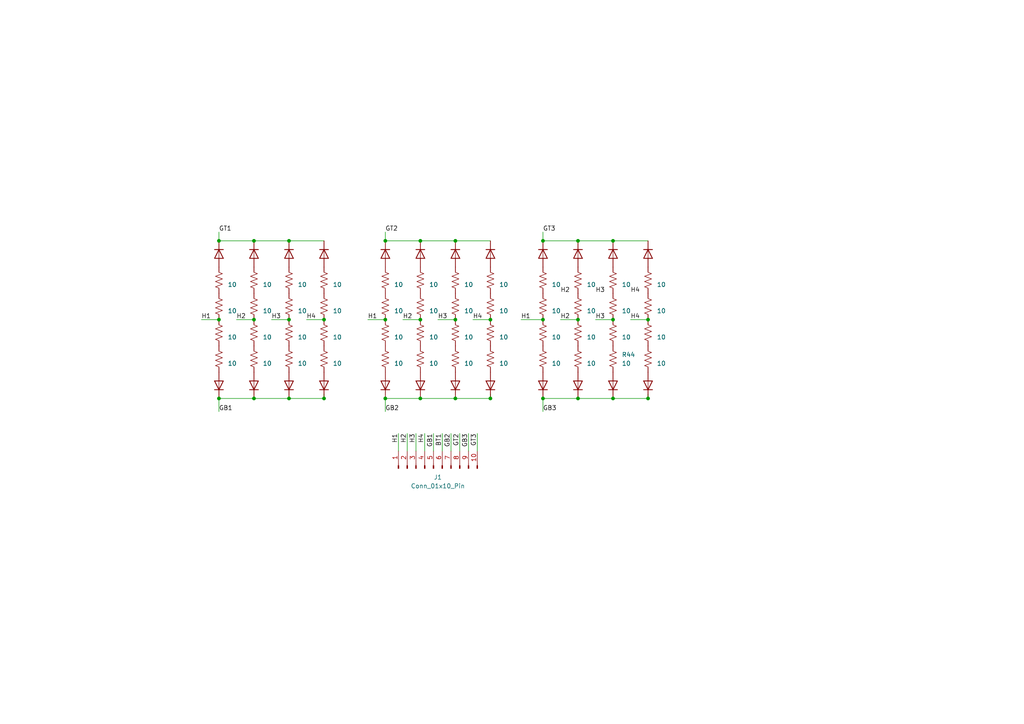
<source format=kicad_sch>
(kicad_sch (version 20231120) (generator "eeschema") (generator_version "8.0")
  (paper "A4")
  (lib_symbols
    (symbol "Connector:Conn_01x10_Pin" (pin_names (offset 1.016) hide)
      (property "Reference" "J" (at 0 12.7 0))
      (property "Value" "Conn_01x10_Pin" (at 0 -15.24 0))
      (symbol "Conn_01x10_Pin_1_1"
        (polyline (pts (xy 1.27 -12.7) (xy 0.8636 -12.7)) (stroke (width 0.1524)))
        (polyline (pts (xy 1.27 -10.16) (xy 0.8636 -10.16)) (stroke (width 0.1524)))
        (polyline (pts (xy 1.27 -7.62) (xy 0.8636 -7.62)) (stroke (width 0.1524)))
        (polyline (pts (xy 1.27 -5.08) (xy 0.8636 -5.08)) (stroke (width 0.1524)))
        (polyline (pts (xy 1.27 -2.54) (xy 0.8636 -2.54)) (stroke (width 0.1524)))
        (polyline (pts (xy 1.27 0) (xy 0.8636 0)) (stroke (width 0.1524)))
        (polyline (pts (xy 1.27 2.54) (xy 0.8636 2.54)) (stroke (width 0.1524)))
        (polyline (pts (xy 1.27 5.08) (xy 0.8636 5.08)) (stroke (width 0.1524)))
        (polyline (pts (xy 1.27 7.62) (xy 0.8636 7.62)) (stroke (width 0.1524)))
        (polyline (pts (xy 1.27 10.16) (xy 0.8636 10.16)) (stroke (width 0.1524)))
        (rectangle (start 0.8636 -12.573) (end 0 -12.827) (stroke (width 0.1524)) (fill (type outline)))
        (rectangle (start 0.8636 -10.033) (end 0 -10.287) (stroke (width 0.1524)) (fill (type outline)))
        (rectangle (start 0.8636 -7.493) (end 0 -7.747) (stroke (width 0.1524)) (fill (type outline)))
        (rectangle (start 0.8636 -4.953) (end 0 -5.207) (stroke (width 0.1524)) (fill (type outline)))
        (rectangle (start 0.8636 -2.413) (end 0 -2.667) (stroke (width 0.1524)) (fill (type outline)))
        (rectangle (start 0.8636 0.127) (end 0 -0.127) (stroke (width 0.1524)) (fill (type outline)))
        (rectangle (start 0.8636 2.667) (end 0 2.413) (stroke (width 0.1524)) (fill (type outline)))
        (rectangle (start 0.8636 5.207) (end 0 4.953) (stroke (width 0.1524)) (fill (type outline)))
        (rectangle (start 0.8636 7.747) (end 0 7.493) (stroke (width 0.1524)) (fill (type outline)))
        (rectangle (start 0.8636 10.287) (end 0 10.033) (stroke (width 0.1524)) (fill (type outline)))
        (pin passive line (at 5.08 10.16 180) (length 3.81) (name "Pin_1") (number "1"))
        (pin passive line (at 5.08 -12.7 180) (length 3.81) (name "Pin_10") (number "10"))
        (pin passive line (at 5.08 7.62 180) (length 3.81) (name "Pin_2") (number "2"))
        (pin passive line (at 5.08 5.08 180) (length 3.81) (name "Pin_3") (number "3"))
        (pin passive line (at 5.08 2.54 180) (length 3.81) (name "Pin_4") (number "4"))
        (pin passive line (at 5.08 0 180) (length 3.81) (name "Pin_5") (number "5"))
        (pin passive line (at 5.08 -2.54 180) (length 3.81) (name "Pin_6") (number "6"))
        (pin passive line (at 5.08 -5.08 180) (length 3.81) (name "Pin_7") (number "7"))
        (pin passive line (at 5.08 -7.62 180) (length 3.81) (name "Pin_8") (number "8"))
        (pin passive line (at 5.08 -10.16 180) (length 3.81) (name "Pin_9") (number "9"))
      )
    )
    (symbol "Device:D" (pin_numbers hide) (pin_names (offset 1.016) hide)
      (property "Reference" "D" (at 0 2.54 0))
      (property "Value" "D" (at 0 -2.54 0))
      (symbol "D_0_1"
        (polyline (pts (xy -1.27 1.27) (xy -1.27 -1.27)) (stroke (width 0.254)))
        (polyline (pts (xy 1.27 0) (xy -1.27 0)))
        (polyline (pts (xy 1.27 1.27) (xy 1.27 -1.27) (xy -1.27 0) (xy 1.27 1.27)) (stroke (width 0.254)))
      )
      (symbol "D_1_1"
        (pin passive line (at -3.81 0 0) (length 2.54) (name "K") (number "1"))
        (pin passive line (at 3.81 0 180) (length 2.54) (name "A") (number "2"))
      )
    )
    (symbol "Device:R_US" (pin_numbers hide) (pin_names (offset 0))
      (property "Reference" "R" (at 2.54 0 90))
      (property "Value" "R_US" (at -2.54 0 90))
      (symbol "R_US_0_1"
        (polyline (pts (xy 0 -2.286) (xy 0 -2.54)))
        (polyline (pts (xy 0 2.286) (xy 0 2.54)))
        (polyline (pts (xy 0 -0.762) (xy 1.016 -1.143) (xy 0 -1.524) (xy -1.016 -1.905) (xy 0 -2.286)))
        (polyline (pts (xy 0 0.762) (xy 1.016 0.381) (xy 0 0) (xy -1.016 -0.381) (xy 0 -0.762)))
        (polyline (pts (xy 0 2.286) (xy 1.016 1.905) (xy 0 1.524) (xy -1.016 1.143) (xy 0 0.762)))
      )
      (symbol "R_US_1_1"
        (pin passive line (at 0 3.81 270) (length 1.27) (name "~") (number "1"))
        (pin passive line (at 0 -3.81 90) (length 1.27) (name "~") (number "2"))
      )
    )
  )
  (junction (at 157.48 69.85))
  (junction (at 142.24 115.57))
  (junction (at 93.98 115.57))
  (junction (at 73.66 92.71))
  (junction (at 187.96 115.57))
  (junction (at 142.24 92.71))
  (junction (at 111.76 92.71))
  (junction (at 121.92 69.85))
  (junction (at 187.96 92.71))
  (junction (at 111.76 115.57))
  (junction (at 121.92 115.57))
  (junction (at 167.64 92.71))
  (junction (at 83.82 92.71))
  (junction (at 132.08 92.71))
  (junction (at 73.66 115.57))
  (junction (at 177.8 92.71))
  (junction (at 63.5 92.71))
  (junction (at 157.48 115.57))
  (junction (at 63.5 115.57))
  (junction (at 157.48 92.71))
  (junction (at 111.76 69.85))
  (junction (at 63.5 69.85))
  (junction (at 177.8 115.57))
  (junction (at 121.92 92.71))
  (junction (at 93.98 92.71))
  (junction (at 83.82 115.57))
  (junction (at 73.66 69.85))
  (junction (at 167.64 115.57))
  (junction (at 167.64 69.85))
  (junction (at 177.8 69.85))
  (junction (at 83.82 69.85))
  (junction (at 132.08 115.57))
  (junction (at 132.08 69.85))
  (wire (pts (xy 73.66 69.85) (xy 83.82 69.85)))
  (wire (pts (xy 172.72 92.71) (xy 177.8 92.71)))
  (wire (pts (xy 133.35 125.73) (xy 133.35 130.81)))
  (wire (pts (xy 115.57 125.73) (xy 115.57 130.81)))
  (wire (pts (xy 157.48 115.57) (xy 157.48 119.38)))
  (wire (pts (xy 123.19 125.73) (xy 123.19 130.81)))
  (wire (pts (xy 111.76 115.57) (xy 121.92 115.57)))
  (wire (pts (xy 58.42 92.71) (xy 63.5 92.71)))
  (wire (pts (xy 132.08 69.85) (xy 142.24 69.85)))
  (wire (pts (xy 130.81 125.73) (xy 130.81 130.81)))
  (wire (pts (xy 125.73 125.73) (xy 125.73 130.81)))
  (wire (pts (xy 111.76 69.85) (xy 121.92 69.85)))
  (wire (pts (xy 88.9 92.71) (xy 93.98 92.71)))
  (wire (pts (xy 157.48 67.31) (xy 157.48 69.85)))
  (wire (pts (xy 177.8 69.85) (xy 187.96 69.85)))
  (wire (pts (xy 157.48 69.85) (xy 167.64 69.85)))
  (wire (pts (xy 128.27 125.73) (xy 128.27 130.81)))
  (wire (pts (xy 132.08 115.57) (xy 142.24 115.57)))
  (wire (pts (xy 106.68 92.71) (xy 111.76 92.71)))
  (wire (pts (xy 120.65 125.73) (xy 120.65 130.81)))
  (wire (pts (xy 63.5 69.85) (xy 73.66 69.85)))
  (wire (pts (xy 167.64 69.85) (xy 177.8 69.85)))
  (wire (pts (xy 138.43 125.73) (xy 138.43 130.81)))
  (wire (pts (xy 127 92.71) (xy 132.08 92.71)))
  (wire (pts (xy 78.74 92.71) (xy 83.82 92.71)))
  (wire (pts (xy 63.5 67.31) (xy 63.5 69.85)))
  (wire (pts (xy 151.13 92.71) (xy 157.48 92.71)))
  (wire (pts (xy 83.82 69.85) (xy 93.98 69.85)))
  (wire (pts (xy 177.8 115.57) (xy 187.96 115.57)))
  (wire (pts (xy 167.64 115.57) (xy 177.8 115.57)))
  (wire (pts (xy 121.92 115.57) (xy 132.08 115.57)))
  (wire (pts (xy 111.76 67.31) (xy 111.76 69.85)))
  (wire (pts (xy 182.88 92.71) (xy 187.96 92.71)))
  (wire (pts (xy 116.84 92.71) (xy 121.92 92.71)))
  (wire (pts (xy 135.89 125.73) (xy 135.89 130.81)))
  (wire (pts (xy 118.11 125.73) (xy 118.11 130.81)))
  (wire (pts (xy 162.56 92.71) (xy 167.64 92.71)))
  (wire (pts (xy 63.5 115.57) (xy 73.66 115.57)))
  (wire (pts (xy 63.5 115.57) (xy 63.5 119.38)))
  (wire (pts (xy 157.48 115.57) (xy 167.64 115.57)))
  (wire (pts (xy 187.96 114.3) (xy 187.96 115.57)))
  (wire (pts (xy 137.16 92.71) (xy 142.24 92.71)))
  (wire (pts (xy 83.82 115.57) (xy 93.98 115.57)))
  (wire (pts (xy 121.92 69.85) (xy 132.08 69.85)))
  (wire (pts (xy 111.76 115.57) (xy 111.76 119.38)))
  (wire (pts (xy 68.58 92.71) (xy 73.66 92.71)))
  (wire (pts (xy 142.24 114.3) (xy 142.24 115.57)))
  (wire (pts (xy 73.66 115.57) (xy 83.82 115.57)))
  (wire (pts (xy 93.98 114.3) (xy 93.98 115.57)))
  (label "H4" (at 137.16 92.71 0))
  (label "H2" (at 162.56 92.71 0))
  (label "H4" (at 88.9 92.71 0))
  (label "H3" (at 120.65 125.73 270))
  (label "H1" (at 115.57 125.73 270))
  (label "H1" (at 58.42 92.71 0))
  (label "H3" (at 127 92.71 0))
  (label "H2" (at 116.84 92.71 0))
  (label "H2" (at 118.11 125.73 270))
  (label "H3" (at 78.74 92.71 0))
  (label "GB3" (at 135.89 125.73 270))
  (label "H1" (at 106.68 92.71 0))
  (label "H3" (at 172.72 85.09 0))
  (label "H2" (at 68.58 92.71 0))
  (label "H2" (at 162.56 85.09 0))
  (label "GB2" (at 130.81 125.73 270))
  (label "H1" (at 151.13 92.71 0))
  (label "GT2" (at 133.35 125.73 270))
  (label "H3" (at 172.72 92.71 0))
  (label "GT1" (at 63.5 67.31 0))
  (label "GB1" (at 125.73 125.73 270))
  (label "GT2" (at 111.76 67.31 0))
  (label "H4" (at 123.19 125.73 270))
  (label "GB2" (at 111.76 119.38 0))
  (label "GT3" (at 157.48 67.31 0))
  (label "BT1" (at 128.27 125.73 270))
  (label "H4" (at 182.88 85.09 0))
  (label "H4" (at 182.88 92.71 0))
  (label "GB1" (at 63.5 119.38 0))
  (label "GT3" (at 138.43 125.73 270))
  (label "GB3" (at 157.48 119.38 0))
  (symbol (lib_id "Device:R_US") (at 132.08 88.9 0) (unit 1) (on_board no)
    (property "Reference" "R26" (effects (hide yes)))
    (property "Value" "10" (at 134.62 90.1699 0) (effects (justify left)))
    (property "Footprint" "Resistor_SMD:R_2512_6332Metric" (effects (hide yes)))
    (property "Description" "Resistor, US symbol" (effects (hide yes)))
  )
  (symbol (lib_id "Device:R_US") (at 63.5 88.9 0) (unit 1) (on_board no)
    (property "Reference" "R2" (effects (hide yes)))
    (property "Value" "10" (at 66.04 90.1699 0) (effects (justify left)))
    (property "Footprint" "Resistor_SMD:R_2512_6332Metric" (effects (hide yes)))
    (property "Description" "Resistor, US symbol" (effects (hide yes)))
  )
  (symbol (lib_id "Device:R_US") (at 83.82 96.52 0) (unit 1) (on_board no)
    (property "Reference" "R11" (effects (hide yes)))
    (property "Value" "10" (at 86.36 97.7899 0) (effects (justify left)))
    (property "Footprint" "Resistor_SMD:R_2512_6332Metric" (effects (hide yes)))
    (property "Description" "Resistor, US symbol" (effects (hide yes)))
  )
  (symbol (lib_id "Device:R_US") (at 121.92 81.28 0) (unit 1) (on_board no)
    (property "Reference" "R21" (effects (hide yes)))
    (property "Value" "10" (at 124.46 82.5499 0) (effects (justify left)))
    (property "Footprint" "Resistor_SMD:R_2512_6332Metric" (effects (hide yes)))
    (property "Description" "Resistor, US symbol" (effects (hide yes)))
  )
  (symbol (lib_id "Device:D") (at 111.76 111.76 90) (unit 1) (on_board no)
    (property "Reference" "D10" (effects (hide yes)))
    (property "Value" "PMEG60T30ELRX" (effects (hide yes)))
    (property "Description" "Diode" (effects (hide yes)))
    (property "Sim.Device" "D" (effects (hide yes)))
    (property "Sim.Pins" "1=K 2=A" (effects (hide yes)))
  )
  (symbol (lib_id "Device:R_US") (at 73.66 96.52 0) (unit 1) (on_board no)
    (property "Reference" "R7" (effects (hide yes)))
    (property "Value" "10" (at 76.2 97.7899 0) (effects (justify left)))
    (property "Footprint" "Resistor_SMD:R_2512_6332Metric" (effects (hide yes)))
    (property "Description" "Resistor, US symbol" (effects (hide yes)))
  )
  (symbol (lib_id "Device:R_US") (at 132.08 81.28 0) (unit 1) (on_board no)
    (property "Reference" "R25" (effects (hide yes)))
    (property "Value" "10" (at 134.62 82.5499 0) (effects (justify left)))
    (property "Footprint" "Resistor_SMD:R_2512_6332Metric" (effects (hide yes)))
    (property "Description" "Resistor, US symbol" (effects (hide yes)))
  )
  (symbol (lib_id "Device:D") (at 83.82 73.66 270) (unit 1) (on_board no)
    (property "Reference" "D5" (effects (hide yes)))
    (property "Value" "PMEG60T30ELRX" (effects (hide yes)))
    (property "Description" "Diode" (effects (hide yes)))
    (property "Sim.Device" "D" (effects (hide yes)))
    (property "Sim.Pins" "1=K 2=A" (effects (hide yes)))
  )
  (symbol (lib_id "Device:D") (at 93.98 111.76 90) (unit 1) (on_board no)
    (property "Reference" "D8" (effects (hide yes)))
    (property "Value" "PMEG60T30ELRX" (effects (hide yes)))
    (property "Description" "Diode" (effects (hide yes)))
    (property "Sim.Device" "D" (effects (hide yes)))
    (property "Sim.Pins" "1=K 2=A" (effects (hide yes)))
  )
  (symbol (lib_id "Device:D") (at 167.64 73.66 270) (unit 1) (on_board no)
    (property "Reference" "D19" (effects (hide yes)))
    (property "Value" "PMEG60T30ELRX" (effects (hide yes)))
    (property "Description" "Diode" (effects (hide yes)))
    (property "Sim.Device" "D" (effects (hide yes)))
    (property "Sim.Pins" "1=K 2=A" (effects (hide yes)))
  )
  (symbol (lib_id "Device:D") (at 73.66 73.66 270) (unit 1) (on_board no)
    (property "Reference" "D3" (effects (hide yes)))
    (property "Value" "PMEG60T30ELRX" (effects (hide yes)))
    (property "Description" "Diode" (effects (hide yes)))
    (property "Sim.Device" "D" (effects (hide yes)))
    (property "Sim.Pins" "1=K 2=A" (effects (hide yes)))
  )
  (symbol (lib_id "Device:R_US") (at 167.64 88.9 0) (unit 1) (on_board no)
    (property "Reference" "R38" (effects (hide yes)))
    (property "Value" "10" (at 170.18 90.1699 0) (effects (justify left)))
    (property "Footprint" "Resistor_SMD:R_2512_6332Metric" (effects (hide yes)))
    (property "Description" "Resistor, US symbol" (effects (hide yes)))
  )
  (symbol (lib_id "Device:R_US") (at 63.5 96.52 0) (unit 1) (on_board no)
    (property "Reference" "R3" (effects (hide yes)))
    (property "Value" "10" (at 66.04 97.7899 0) (effects (justify left)))
    (property "Footprint" "Resistor_SMD:R_2512_6332Metric" (effects (hide yes)))
    (property "Description" "Resistor, US symbol" (effects (hide yes)))
  )
  (symbol (lib_id "Device:R_US") (at 111.76 88.9 0) (unit 1) (on_board no)
    (property "Reference" "R18" (effects (hide yes)))
    (property "Value" "10" (at 114.3 90.1699 0) (effects (justify left)))
    (property "Footprint" "Resistor_SMD:R_2512_6332Metric" (effects (hide yes)))
    (property "Description" "Resistor, US symbol" (effects (hide yes)))
  )
  (symbol (lib_id "Device:D") (at 177.8 111.76 90) (unit 1) (on_board no)
    (property "Reference" "D22" (effects (hide yes)))
    (property "Value" "PMEG60T30ELRX" (effects (hide yes)))
    (property "Description" "Diode" (effects (hide yes)))
    (property "Sim.Device" "D" (effects (hide yes)))
    (property "Sim.Pins" "1=K 2=A" (effects (hide yes)))
  )
  (symbol (lib_id "Device:D") (at 187.96 111.76 90) (unit 1) (on_board no)
    (property "Reference" "D24" (effects (hide yes)))
    (property "Value" "PMEG60T30ELRX" (effects (hide yes)))
    (property "Description" "Diode" (effects (hide yes)))
    (property "Sim.Device" "D" (effects (hide yes)))
    (property "Sim.Pins" "1=K 2=A" (effects (hide yes)))
  )
  (symbol (lib_id "Device:D") (at 83.82 111.76 90) (unit 1) (on_board no)
    (property "Reference" "D6" (effects (hide yes)))
    (property "Value" "PMEG60T30ELRX" (effects (hide yes)))
    (property "Description" "Diode" (effects (hide yes)))
    (property "Sim.Device" "D" (effects (hide yes)))
    (property "Sim.Pins" "1=K 2=A" (effects (hide yes)))
  )
  (symbol (lib_id "Device:D") (at 177.8 73.66 270) (unit 1) (on_board no)
    (property "Reference" "D21" (effects (hide yes)))
    (property "Value" "PMEG60T30ELRX" (effects (hide yes)))
    (property "Description" "Diode" (effects (hide yes)))
    (property "Sim.Device" "D" (effects (hide yes)))
    (property "Sim.Pins" "1=K 2=A" (effects (hide yes)))
  )
  (symbol (lib_id "Device:D") (at 142.24 73.66 270) (unit 1) (on_board no)
    (property "Reference" "D15" (effects (hide yes)))
    (property "Value" "PMEG60T30ELRX" (effects (hide yes)))
    (property "Description" "Diode" (effects (hide yes)))
    (property "Sim.Device" "D" (effects (hide yes)))
    (property "Sim.Pins" "1=K 2=A" (effects (hide yes)))
  )
  (symbol (lib_id "Device:R_US") (at 93.98 96.52 0) (unit 1) (on_board no)
    (property "Reference" "R15" (effects (hide yes)))
    (property "Value" "10" (at 96.52 97.7899 0) (effects (justify left)))
    (property "Footprint" "Resistor_SMD:R_2512_6332Metric" (effects (hide yes)))
    (property "Description" "Resistor, US symbol" (effects (hide yes)))
  )
  (symbol (lib_id "Connector:Conn_01x10_Pin") (at 125.73 135.89 90) (unit 1) (on_board no)
    (property "Reference" "J1" (at 127 138.43 90))
    (property "Value" "Conn_01x10_Pin" (at 127 140.97 90))
    (property "Description" "Generic connector, single row, 01x10, script generated" (effects (hide yes)))
  )
  (symbol (lib_id "Device:R_US") (at 93.98 81.28 0) (unit 1) (on_board no)
    (property "Reference" "R13" (effects (hide yes)))
    (property "Value" "10" (at 96.52 82.5499 0) (effects (justify left)))
    (property "Footprint" "Resistor_SMD:R_2512_6332Metric" (effects (hide yes)))
    (property "Description" "Resistor, US symbol" (effects (hide yes)))
  )
  (symbol (lib_id "Device:R_US") (at 132.08 104.14 0) (unit 1) (on_board no)
    (property "Reference" "R28" (effects (hide yes)))
    (property "Value" "10" (at 134.62 105.4099 0) (effects (justify left)))
    (property "Footprint" "Resistor_SMD:R_2512_6332Metric" (effects (hide yes)))
    (property "Description" "Resistor, US symbol" (effects (hide yes)))
  )
  (symbol (lib_id "Device:R_US") (at 142.24 81.28 0) (unit 1) (on_board no)
    (property "Reference" "R29" (effects (hide yes)))
    (property "Value" "10" (at 144.78 82.5499 0) (effects (justify left)))
    (property "Footprint" "Resistor_SMD:R_2512_6332Metric" (effects (hide yes)))
    (property "Description" "Resistor, US symbol" (effects (hide yes)))
  )
  (symbol (lib_id "Device:R_US") (at 187.96 96.52 0) (unit 1) (on_board no)
    (property "Reference" "R47" (effects (hide yes)))
    (property "Value" "10" (at 190.5 97.7899 0) (effects (justify left)))
    (property "Footprint" "Resistor_SMD:R_2512_6332Metric" (effects (hide yes)))
    (property "Description" "Resistor, US symbol" (effects (hide yes)))
  )
  (symbol (lib_id "Device:D") (at 187.96 73.66 270) (unit 1) (on_board no)
    (property "Reference" "D23" (effects (hide yes)))
    (property "Value" "PMEG60T30ELRX" (effects (hide yes)))
    (property "Description" "Diode" (effects (hide yes)))
    (property "Sim.Device" "D" (effects (hide yes)))
    (property "Sim.Pins" "1=K 2=A" (effects (hide yes)))
  )
  (symbol (lib_id "Device:R_US") (at 177.8 81.28 0) (unit 1) (on_board no)
    (property "Reference" "R41" (effects (hide yes)))
    (property "Value" "10" (at 180.34 82.5499 0) (effects (justify left)))
    (property "Footprint" "Resistor_SMD:R_2512_6332Metric" (effects (hide yes)))
    (property "Description" "Resistor, US symbol" (effects (hide yes)))
  )
  (symbol (lib_id "Device:R_US") (at 63.5 104.14 0) (unit 1) (on_board no)
    (property "Reference" "R4" (effects (hide yes)))
    (property "Value" "10" (at 66.04 105.4099 0) (effects (justify left)))
    (property "Footprint" "Resistor_SMD:R_2512_6332Metric" (effects (hide yes)))
    (property "Description" "Resistor, US symbol" (effects (hide yes)))
  )
  (symbol (lib_id "Device:R_US") (at 83.82 104.14 0) (unit 1) (on_board no)
    (property "Reference" "R12" (effects (hide yes)))
    (property "Value" "10" (at 86.36 105.4099 0) (effects (justify left)))
    (property "Footprint" "Resistor_SMD:R_2512_6332Metric" (effects (hide yes)))
    (property "Description" "Resistor, US symbol" (effects (hide yes)))
  )
  (symbol (lib_id "Device:R_US") (at 111.76 104.14 0) (unit 1) (on_board no)
    (property "Reference" "R20" (effects (hide yes)))
    (property "Value" "10" (at 114.3 105.4099 0) (effects (justify left)))
    (property "Footprint" "Resistor_SMD:R_2512_6332Metric" (effects (hide yes)))
    (property "Description" "Resistor, US symbol" (effects (hide yes)))
  )
  (symbol (lib_id "Device:D") (at 93.98 73.66 270) (unit 1) (on_board no)
    (property "Reference" "D7" (effects (hide yes)))
    (property "Value" "PMEG60T30ELRX" (effects (hide yes)))
    (property "Description" "Diode" (effects (hide yes)))
    (property "Sim.Device" "D" (effects (hide yes)))
    (property "Sim.Pins" "1=K 2=A" (effects (hide yes)))
  )
  (symbol (lib_id "Device:R_US") (at 121.92 88.9 0) (unit 1) (on_board no)
    (property "Reference" "R22" (effects (hide yes)))
    (property "Value" "10" (at 124.46 90.1699 0) (effects (justify left)))
    (property "Footprint" "Resistor_SMD:R_2512_6332Metric" (effects (hide yes)))
    (property "Description" "Resistor, US symbol" (effects (hide yes)))
  )
  (symbol (lib_id "Device:R_US") (at 142.24 104.14 0) (unit 1) (on_board no)
    (property "Reference" "R32" (effects (hide yes)))
    (property "Value" "10" (at 144.78 105.4099 0) (effects (justify left)))
    (property "Footprint" "Resistor_SMD:R_2512_6332Metric" (effects (hide yes)))
    (property "Description" "Resistor, US symbol" (effects (hide yes)))
  )
  (symbol (lib_id "Device:R_US") (at 73.66 81.28 0) (unit 1) (on_board no)
    (property "Reference" "R5" (effects (hide yes)))
    (property "Value" "10" (at 76.2 82.5499 0) (effects (justify left)))
    (property "Footprint" "Resistor_SMD:R_2512_6332Metric" (effects (hide yes)))
    (property "Description" "Resistor, US symbol" (effects (hide yes)))
  )
  (symbol (lib_id "Device:R_US") (at 73.66 88.9 0) (unit 1) (on_board no)
    (property "Reference" "R6" (effects (hide yes)))
    (property "Value" "10" (at 76.2 90.1699 0) (effects (justify left)))
    (property "Footprint" "Resistor_SMD:R_2512_6332Metric" (effects (hide yes)))
    (property "Description" "Resistor, US symbol" (effects (hide yes)))
  )
  (symbol (lib_id "Device:R_US") (at 73.66 104.14 0) (unit 1) (on_board no)
    (property "Reference" "R8" (effects (hide yes)))
    (property "Value" "10" (at 76.2 105.4099 0) (effects (justify left)))
    (property "Footprint" "Resistor_SMD:R_2512_6332Metric" (effects (hide yes)))
    (property "Description" "Resistor, US symbol" (effects (hide yes)))
  )
  (symbol (lib_id "Device:R_US") (at 167.64 104.14 0) (unit 1) (on_board no)
    (property "Reference" "R40" (effects (hide yes)))
    (property "Value" "10" (at 170.18 105.4099 0) (effects (justify left)))
    (property "Footprint" "Resistor_SMD:R_2512_6332Metric" (effects (hide yes)))
    (property "Description" "Resistor, US symbol" (effects (hide yes)))
  )
  (symbol (lib_id "Device:R_US") (at 111.76 96.52 0) (unit 1) (on_board no)
    (property "Reference" "R19" (effects (hide yes)))
    (property "Value" "10" (at 114.3 97.7899 0) (effects (justify left)))
    (property "Footprint" "Resistor_SMD:R_2512_6332Metric" (effects (hide yes)))
    (property "Description" "Resistor, US symbol" (effects (hide yes)))
  )
  (symbol (lib_id "Device:R_US") (at 157.48 104.14 0) (unit 1) (on_board no)
    (property "Reference" "R36" (effects (hide yes)))
    (property "Value" "10" (at 160.02 105.4099 0) (effects (justify left)))
    (property "Footprint" "Resistor_SMD:R_2512_6332Metric" (effects (hide yes)))
    (property "Description" "Resistor, US symbol" (effects (hide yes)))
  )
  (symbol (lib_id "Device:R_US") (at 157.48 81.28 0) (unit 1) (on_board no)
    (property "Reference" "R33" (effects (hide yes)))
    (property "Value" "10" (at 160.02 82.5499 0) (effects (justify left)))
    (property "Footprint" "Resistor_SMD:R_2512_6332Metric" (effects (hide yes)))
    (property "Description" "Resistor, US symbol" (effects (hide yes)))
  )
  (symbol (lib_id "Device:R_US") (at 132.08 96.52 0) (unit 1) (on_board no)
    (property "Reference" "R27" (effects (hide yes)))
    (property "Value" "10" (at 134.62 97.7899 0) (effects (justify left)))
    (property "Footprint" "Resistor_SMD:R_2512_6332Metric" (effects (hide yes)))
    (property "Description" "Resistor, US symbol" (effects (hide yes)))
  )
  (symbol (lib_id "Device:R_US") (at 121.92 104.14 0) (unit 1) (on_board no)
    (property "Reference" "R24" (effects (hide yes)))
    (property "Value" "10" (at 124.46 105.4099 0) (effects (justify left)))
    (property "Footprint" "Resistor_SMD:R_2512_6332Metric" (effects (hide yes)))
    (property "Description" "Resistor, US symbol" (effects (hide yes)))
  )
  (symbol (lib_id "Device:D") (at 121.92 73.66 270) (unit 1) (on_board no)
    (property "Reference" "D11" (effects (hide yes)))
    (property "Value" "PMEG60T30ELRX" (effects (hide yes)))
    (property "Description" "Diode" (effects (hide yes)))
    (property "Sim.Device" "D" (effects (hide yes)))
    (property "Sim.Pins" "1=K 2=A" (effects (hide yes)))
  )
  (symbol (lib_id "Device:D") (at 132.08 73.66 270) (unit 1) (on_board no)
    (property "Reference" "D13" (effects (hide yes)))
    (property "Value" "PMEG60T30ELRX" (effects (hide yes)))
    (property "Description" "Diode" (effects (hide yes)))
    (property "Sim.Device" "D" (effects (hide yes)))
    (property "Sim.Pins" "1=K 2=A" (effects (hide yes)))
  )
  (symbol (lib_id "Device:D") (at 157.48 111.76 90) (unit 1) (on_board no)
    (property "Reference" "D18" (effects (hide yes)))
    (property "Value" "PMEG60T30ELRX" (effects (hide yes)))
    (property "Description" "Diode" (effects (hide yes)))
    (property "Sim.Device" "D" (effects (hide yes)))
    (property "Sim.Pins" "1=K 2=A" (effects (hide yes)))
  )
  (symbol (lib_id "Device:R_US") (at 177.8 88.9 0) (unit 1) (on_board no)
    (property "Reference" "R42" (effects (hide yes)))
    (property "Value" "10" (at 180.34 90.1699 0) (effects (justify left)))
    (property "Footprint" "Resistor_SMD:R_2512_6332Metric" (effects (hide yes)))
    (property "Description" "Resistor, US symbol" (effects (hide yes)))
  )
  (symbol (lib_id "Device:R_US") (at 83.82 81.28 0) (unit 1) (on_board no)
    (property "Reference" "R9" (effects (hide yes)))
    (property "Value" "10" (at 86.36 82.5499 0) (effects (justify left)))
    (property "Footprint" "Resistor_SMD:R_2512_6332Metric" (effects (hide yes)))
    (property "Description" "Resistor, US symbol" (effects (hide yes)))
  )
  (symbol (lib_id "Device:R_US") (at 187.96 104.14 0) (unit 1) (on_board no)
    (property "Reference" "R48" (effects (hide yes)))
    (property "Value" "10" (at 190.5 105.4099 0) (effects (justify left)))
    (property "Footprint" "Resistor_SMD:R_2512_6332Metric" (effects (hide yes)))
    (property "Description" "Resistor, US symbol" (effects (hide yes)))
  )
  (symbol (lib_id "Device:R_US") (at 177.8 96.52 0) (unit 1) (on_board no)
    (property "Reference" "R43" (effects (hide yes)))
    (property "Value" "10" (at 180.34 97.7899 0) (effects (justify left)))
    (property "Footprint" "Resistor_SMD:R_2512_6332Metric" (effects (hide yes)))
    (property "Description" "Resistor, US symbol" (effects (hide yes)))
  )
  (symbol (lib_id "Device:R_US") (at 187.96 81.28 0) (unit 1) (on_board no)
    (property "Reference" "R45" (effects (hide yes)))
    (property "Value" "10" (at 190.5 82.5499 0) (effects (justify left)))
    (property "Footprint" "Resistor_SMD:R_2512_6332Metric" (effects (hide yes)))
    (property "Description" "Resistor, US symbol" (effects (hide yes)))
  )
  (symbol (lib_id "Device:R_US") (at 142.24 96.52 0) (unit 1) (on_board no)
    (property "Reference" "R31" (effects (hide yes)))
    (property "Value" "10" (at 144.78 97.7899 0) (effects (justify left)))
    (property "Footprint" "Resistor_SMD:R_2512_6332Metric" (effects (hide yes)))
    (property "Description" "Resistor, US symbol" (effects (hide yes)))
  )
  (symbol (lib_id "Device:R_US") (at 157.48 88.9 0) (unit 1) (on_board no)
    (property "Reference" "R34" (effects (hide yes)))
    (property "Value" "10" (at 160.02 90.1699 0) (effects (justify left)))
    (property "Footprint" "Resistor_SMD:R_2512_6332Metric" (effects (hide yes)))
    (property "Description" "Resistor, US symbol" (effects (hide yes)))
  )
  (symbol (lib_id "Device:R_US") (at 93.98 104.14 0) (unit 1) (on_board no)
    (property "Reference" "R16" (effects (hide yes)))
    (property "Value" "10" (at 96.52 105.4099 0) (effects (justify left)))
    (property "Footprint" "Resistor_SMD:R_2512_6332Metric" (effects (hide yes)))
    (property "Description" "Resistor, US symbol" (effects (hide yes)))
  )
  (symbol (lib_id "Device:R_US") (at 157.48 96.52 0) (unit 1) (on_board no)
    (property "Reference" "R35" (effects (hide yes)))
    (property "Value" "10" (at 160.02 97.7899 0) (effects (justify left)))
    (property "Footprint" "Resistor_SMD:R_2512_6332Metric" (effects (hide yes)))
    (property "Description" "Resistor, US symbol" (effects (hide yes)))
  )
  (symbol (lib_id "Device:D") (at 111.76 73.66 270) (unit 1) (on_board no)
    (property "Reference" "D9" (effects (hide yes)))
    (property "Value" "PMEG60T30ELRX" (effects (hide yes)))
    (property "Description" "Diode" (effects (hide yes)))
    (property "Sim.Device" "D" (effects (hide yes)))
    (property "Sim.Pins" "1=K 2=A" (effects (hide yes)))
  )
  (symbol (lib_id "Device:D") (at 157.48 73.66 270) (unit 1) (on_board no)
    (property "Reference" "D17" (effects (hide yes)))
    (property "Value" "PMEG60T30ELRX" (effects (hide yes)))
    (property "Description" "Diode" (effects (hide yes)))
    (property "Sim.Device" "D" (effects (hide yes)))
    (property "Sim.Pins" "1=K 2=A" (effects (hide yes)))
  )
  (symbol (lib_id "Device:R_US") (at 63.5 81.28 0) (unit 1) (on_board no)
    (property "Reference" "R1" (effects (hide yes)))
    (property "Value" "10" (at 66.04 82.5499 0) (effects (justify left)))
    (property "Footprint" "Resistor_SMD:R_2512_6332Metric" (effects (hide yes)))
    (property "Description" "Resistor, US symbol" (effects (hide yes)))
  )
  (symbol (lib_id "Device:R_US") (at 93.98 88.9 0) (unit 1) (on_board no)
    (property "Reference" "R14" (effects (hide yes)))
    (property "Value" "10" (at 96.52 90.1699 0) (effects (justify left)))
    (property "Footprint" "Resistor_SMD:R_2512_6332Metric" (effects (hide yes)))
    (property "Description" "Resistor, US symbol" (effects (hide yes)))
  )
  (symbol (lib_id "Device:R_US") (at 83.82 88.9 0) (unit 1) (on_board no)
    (property "Reference" "R10" (effects (hide yes)))
    (property "Value" "10" (at 86.36 90.1699 0) (effects (justify left)))
    (property "Footprint" "Resistor_SMD:R_2512_6332Metric" (effects (hide yes)))
    (property "Description" "Resistor, US symbol" (effects (hide yes)))
  )
  (symbol (lib_id "Device:D") (at 73.66 111.76 90) (unit 1) (on_board no)
    (property "Reference" "D4" (effects (hide yes)))
    (property "Value" "PMEG60T30ELRX" (effects (hide yes)))
    (property "Description" "Diode" (effects (hide yes)))
    (property "Sim.Device" "D" (effects (hide yes)))
    (property "Sim.Pins" "1=K 2=A" (effects (hide yes)))
  )
  (symbol (lib_id "Device:D") (at 132.08 111.76 90) (unit 1) (on_board no)
    (property "Reference" "D14" (effects (hide yes)))
    (property "Value" "PMEG60T30ELRX" (effects (hide yes)))
    (property "Description" "Diode" (effects (hide yes)))
    (property "Sim.Device" "D" (effects (hide yes)))
    (property "Sim.Pins" "1=K 2=A" (effects (hide yes)))
  )
  (symbol (lib_id "Device:D") (at 142.24 111.76 90) (unit 1) (on_board no)
    (property "Reference" "D16" (effects (hide yes)))
    (property "Value" "PMEG60T30ELRX" (effects (hide yes)))
    (property "Description" "Diode" (effects (hide yes)))
    (property "Sim.Device" "D" (effects (hide yes)))
    (property "Sim.Pins" "1=K 2=A" (effects (hide yes)))
  )
  (symbol (lib_id "Device:D") (at 167.64 111.76 90) (unit 1) (on_board no)
    (property "Reference" "D20" (effects (hide yes)))
    (property "Value" "PMEG60T30ELRX" (effects (hide yes)))
    (property "Description" "Diode" (effects (hide yes)))
    (property "Sim.Device" "D" (effects (hide yes)))
    (property "Sim.Pins" "1=K 2=A" (effects (hide yes)))
  )
  (symbol (lib_id "Device:R_US") (at 187.96 88.9 0) (unit 1) (on_board no)
    (property "Reference" "R46" (effects (hide yes)))
    (property "Value" "10" (at 190.5 90.1699 0) (effects (justify left)))
    (property "Footprint" "Resistor_SMD:R_2512_6332Metric" (effects (hide yes)))
    (property "Description" "Resistor, US symbol" (effects (hide yes)))
  )
  (symbol (lib_id "Device:R_US") (at 111.76 81.28 0) (unit 1) (on_board no)
    (property "Reference" "R17" (effects (hide yes)))
    (property "Value" "10" (at 114.3 82.5499 0) (effects (justify left)))
    (property "Footprint" "Resistor_SMD:R_2512_6332Metric" (effects (hide yes)))
    (property "Description" "Resistor, US symbol" (effects (hide yes)))
  )
  (symbol (lib_id "Device:D") (at 121.92 111.76 90) (unit 1) (on_board no)
    (property "Reference" "D12" (effects (hide yes)))
    (property "Value" "PMEG60T30ELRX" (effects (hide yes)))
    (property "Description" "Diode" (effects (hide yes)))
    (property "Sim.Device" "D" (effects (hide yes)))
    (property "Sim.Pins" "1=K 2=A" (effects (hide yes)))
  )
  (symbol (lib_id "Device:D") (at 63.5 73.66 270) (unit 1) (on_board no)
    (property "Reference" "D1" (effects (hide yes)))
    (property "Value" "PMEG60T30ELRX" (effects (hide yes)))
    (property "Description" "Diode" (effects (hide yes)))
    (property "Sim.Device" "D" (effects (hide yes)))
    (property "Sim.Pins" "1=K 2=A" (effects (hide yes)))
  )
  (symbol (lib_id "Device:R_US") (at 142.24 88.9 0) (unit 1) (on_board no)
    (property "Reference" "R30" (effects (hide yes)))
    (property "Value" "10" (at 144.78 90.1699 0) (effects (justify left)))
    (property "Footprint" "Resistor_SMD:R_2512_6332Metric" (effects (hide yes)))
    (property "Description" "Resistor, US symbol" (effects (hide yes)))
  )
  (symbol (lib_id "Device:R_US") (at 167.64 96.52 0) (unit 1) (on_board no)
    (property "Reference" "R39" (effects (hide yes)))
    (property "Value" "10" (at 170.18 97.7899 0) (effects (justify left)))
    (property "Footprint" "Resistor_SMD:R_2512_6332Metric" (effects (hide yes)))
    (property "Description" "Resistor, US symbol" (effects (hide yes)))
  )
  (symbol (lib_id "Device:D") (at 63.5 111.76 90) (unit 1) (on_board no)
    (property "Reference" "D2" (effects (hide yes)))
    (property "Value" "PMEG60T30ELRX" (effects (hide yes)))
    (property "Description" "Diode" (effects (hide yes)))
    (property "Sim.Device" "D" (effects (hide yes)))
    (property "Sim.Pins" "1=K 2=A" (effects (hide yes)))
  )
  (symbol (lib_id "Device:R_US") (at 121.92 96.52 0) (unit 1) (on_board no)
    (property "Reference" "R23" (effects (hide yes)))
    (property "Value" "10" (at 124.46 97.7899 0) (effects (justify left)))
    (property "Footprint" "Resistor_SMD:R_2512_6332Metric" (effects (hide yes)))
    (property "Description" "Resistor, US symbol" (effects (hide yes)))
  )
  (symbol (lib_id "Device:R_US") (at 177.8 104.14 0) (unit 1) (on_board no)
    (property "Reference" "R44" (at 180.34 102.8699 0) (effects (justify left)))
    (property "Value" "10" (at 180.34 105.4099 0) (effects (justify left)))
    (property "Footprint" "Resistor_SMD:R_2512_6332Metric" (effects (hide yes)))
    (property "Description" "Resistor, US symbol" (effects (hide yes)))
  )
  (symbol (lib_id "Device:R_US") (at 167.64 81.28 0) (unit 1) (on_board no)
    (property "Reference" "R37" (effects (hide yes)))
    (property "Value" "10" (at 170.18 82.5499 0) (effects (justify left)))
    (property "Footprint" "Resistor_SMD:R_2512_6332Metric" (effects (hide yes)))
    (property "Description" "Resistor, US symbol" (effects (hide yes)))
  )
)
</source>
